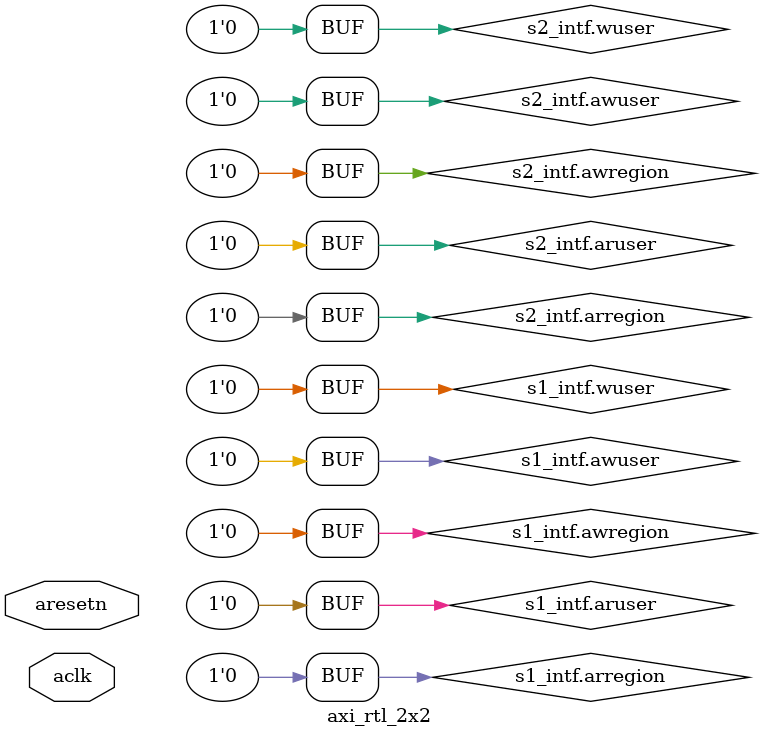
<source format=sv>
`ifndef AWIDTH
  `define  ADDR_WIDTH       64
`endif
`ifndef DWIDTH
  `define  DATA_WIDTH       128
`endif
`ifndef IDWIDTH
  `define  ID_WIDTH      4
`endif


module axi_rtl_2x2 #
(   parameter DATA_WIDTH = `DATA_WIDTH,
    parameter ADDR_WIDTH = `ADDR_WIDTH,
    parameter STRB_WIDTH = (DATA_WIDTH/8),
    parameter ID_WIDTH = `ID_WIDTH,
    parameter AWUSER_ENABLE = 0,
    parameter AWUSER_WIDTH = 1,
    parameter WUSER_ENABLE = 0,
    parameter WUSER_WIDTH = 1,
    parameter BUSER_ENABLE = 0,
    parameter BUSER_WIDTH = 1,
    parameter ARUSER_ENABLE = 0,
    parameter ARUSER_WIDTH = 1,
    parameter RUSER_ENABLE = 0,
    parameter RUSER_WIDTH = 1,
    parameter FORWARD_ID = 0,
    parameter M_REGIONS = 1,
    parameter M00_BASE_ADDR = 0,
    parameter M00_ADDR_WIDTH = {M_REGIONS{32'd24}},
    parameter M00_CONNECT_READ = 2'b11,
    parameter M00_CONNECT_WRITE = 2'b11,
    parameter M00_SECURE = 1'b0,
    parameter M01_BASE_ADDR = 0,
    parameter M01_ADDR_WIDTH = {M_REGIONS{32'd24}},
    parameter M01_CONNECT_READ = 2'b11,
    parameter M01_CONNECT_WRITE = 2'b11,
    parameter M01_SECURE = 1'b0
)
(
    input  logic aclk,
    input  logic aresetn,
    axi_if m1_intf,
    axi_if m2_intf,
    axi_if s1_intf,
    axi_if s2_intf

);

localparam S_COUNT = 2;
localparam M_COUNT = 2;

// parameter sizing helpers
function [ADDR_WIDTH*M_REGIONS-1:0] w_a_r(input [ADDR_WIDTH*M_REGIONS-1:0] val);
    w_a_r = val;
endfunction

function [32*M_REGIONS-1:0] w_32_r(input [32*M_REGIONS-1:0] val);
    w_32_r = val;
endfunction

function [S_COUNT-1:0] w_s(input [S_COUNT-1:0] val);
    w_s = val;
endfunction

function w_1(input val);
    w_1 = val;
endfunction

axi_interconnect #(
    .S_COUNT(S_COUNT),
    .M_COUNT(M_COUNT),
    .DATA_WIDTH(DATA_WIDTH),
    .ADDR_WIDTH(ADDR_WIDTH),
    .STRB_WIDTH(STRB_WIDTH),
    .ID_WIDTH(ID_WIDTH),
    .M_BASE_ADDR({ w_a_r(M01_BASE_ADDR), w_a_r(M00_BASE_ADDR) }),
    .M_ADDR_WIDTH({ w_32_r(M01_ADDR_WIDTH), w_32_r(M00_ADDR_WIDTH) }),
    .M_CONNECT_READ({ w_s(M01_CONNECT_READ), w_s(M00_CONNECT_READ) }),
    .M_CONNECT_WRITE({ w_s(M01_CONNECT_WRITE), w_s(M00_CONNECT_WRITE) }),
    .M_SECURE({ w_1(M01_SECURE), w_1(M00_SECURE) })
) inc_2x2 (
    .clk(aclk),
    .rst(!aresetn),
    .s_axi_awid({ m2_intf.awid, m1_intf.awid }),
    .s_axi_awaddr({ m2_intf.awaddr, m1_intf.awaddr }),
    .s_axi_awlen({ m2_intf.awlen, m1_intf.awlen }),
    .s_axi_awsize({ m2_intf.awsize, m1_intf.awsize }),
    .s_axi_awburst({ m2_intf.awburst, m1_intf.awburst }),
    .s_axi_awlock({ m2_intf.awlock, m1_intf.awlock }),
    .s_axi_awcache({ m2_intf.awcache, m1_intf.awcache }),
    .s_axi_awprot({ m2_intf.awprot, m1_intf.awprot }),
    .s_axi_awqos({ m2_intf.awqos, m1_intf.awqos }),
    .s_axi_awuser({ m2_intf.awuser, m1_intf.awuser }),
    .s_axi_awvalid({ m2_intf.awvalid, m1_intf.awvalid }),
    .s_axi_awready({ m2_intf.awready, m1_intf.awready }),
    .s_axi_wdata({ m2_intf.wdata, m1_intf.wdata }),
    .s_axi_wstrb({ m2_intf.wstrb, m1_intf.wstrb }),
    .s_axi_wlast({ m2_intf.wlast, m1_intf.wlast }),
    .s_axi_wuser({ m2_intf.wuser, m1_intf.wuser }),
    .s_axi_wvalid({ m2_intf.wvalid, m1_intf.wvalid }),
    .s_axi_wready({ m2_intf.wready, m1_intf.wready }),
    .s_axi_bid({ m2_intf.bid, m1_intf.bid }),
    .s_axi_bresp({ m2_intf.bresp, m1_intf.bresp }),
    .s_axi_buser({ m2_intf.buser, m1_intf.buser }),
    .s_axi_bvalid({ m2_intf.bvalid, m1_intf.bvalid }),
    .s_axi_bready({ m2_intf.bready, m1_intf.bready }),
    .s_axi_arid({ m2_intf.arid, m1_intf.arid }),
    .s_axi_araddr({ m2_intf.araddr, m1_intf.araddr }),
    .s_axi_arlen({ m2_intf.arlen, m1_intf.arlen }),
    .s_axi_arsize({ m2_intf.arsize, m1_intf.arsize }),
    .s_axi_arburst({ m2_intf.arburst, m1_intf.arburst }),
    .s_axi_arlock({ m2_intf.arlock, m1_intf.arlock }),
    .s_axi_arcache({ m2_intf.arcache, m1_intf.arcache }),
    .s_axi_arprot({ m2_intf.arprot, m1_intf.arprot }),
    .s_axi_arqos({ m2_intf.arqos, m1_intf.arqos }),
    .s_axi_aruser({ m2_intf.aruser, m1_intf.aruser }),
    .s_axi_arvalid({ m2_intf.arvalid, m1_intf.arvalid }),
    .s_axi_arready({ m2_intf.arready, m1_intf.arready }),
    .s_axi_rid({ m2_intf.rid, m1_intf.rid }),
    .s_axi_rdata({ m2_intf.rdata, m1_intf.rdata }),
    .s_axi_rresp({ m2_intf.rresp, m1_intf.rresp }),
    .s_axi_rlast({ m2_intf.rlast, m1_intf.rlast }),
    .s_axi_ruser({ m2_intf.ruser, m1_intf.ruser }),
    .s_axi_rvalid({ m2_intf.rvalid, m1_intf.rvalid }),
    .s_axi_rready({ m2_intf.rready, m1_intf.rready }),

    .m_axi_awid({ s2_intf.awid, s1_intf.awid }),
    .m_axi_awaddr({ s2_intf.awaddr, s1_intf.awaddr }),
    .m_axi_awlen({ s2_intf.awlen, s1_intf.awlen }),
    .m_axi_awsize({ s2_intf.awsize, s1_intf.awsize }),
    .m_axi_awburst({ s2_intf.awburst, s1_intf.awburst }),
    .m_axi_awlock({ s2_intf.awlock, s1_intf.awlock }),
    .m_axi_awcache({ s2_intf.awcache, s1_intf.awcache }),
    .m_axi_awprot({ s2_intf.awprot, s1_intf.awprot }),
    .m_axi_awqos({ s2_intf.awqos, s1_intf.awqos }),
    .m_axi_awregion({ s2_intf.awregion, s1_intf.awregion }),
    .m_axi_awuser({ s2_intf.awuser, s1_intf.awuser }),
    .m_axi_awvalid({ s2_intf.awvalid, s1_intf.awvalid }),
    .m_axi_awready({ s2_intf.awready, s1_intf.awready }),
    .m_axi_wdata({ s2_intf.wdata, s1_intf.wdata }),
    .m_axi_wstrb({ s2_intf.wstrb, s1_intf.wstrb }),
    .m_axi_wlast({ s2_intf.wlast, s1_intf.wlast }),
    .m_axi_wuser({ s2_intf.wuser, s1_intf.wuser }),
    .m_axi_wvalid({ s2_intf.wvalid, s1_intf.wvalid }),
    .m_axi_wready({ s2_intf.wready, s1_intf.wready }),
    .m_axi_bid({ s2_intf.bid, s1_intf.bid }),
    .m_axi_bresp({ s2_intf.bresp, s1_intf.bresp }),
    .m_axi_buser({ s2_intf.buser, s1_intf.buser }),
    .m_axi_bvalid({ s2_intf.bvalid, s1_intf.bvalid }),
    .m_axi_bready({ s2_intf.bready, s1_intf.bready }),
    .m_axi_arid({ s2_intf.arid, s1_intf.arid }),
    .m_axi_araddr({ s2_intf.araddr, s1_intf.araddr }),
    .m_axi_arlen({ s2_intf.arlen, s1_intf.arlen }),
    .m_axi_arsize({ s2_intf.arsize, s1_intf.arsize }),
    .m_axi_arburst({ s2_intf.arburst, s1_intf.arburst }),
    .m_axi_arlock({ s2_intf.arlock, s1_intf.arlock }),
    .m_axi_arcache({ s2_intf.arcache, s1_intf.arcache }),
    .m_axi_arprot({ s2_intf.arprot, s1_intf.arprot }),
    .m_axi_arqos({ s2_intf.arqos, s1_intf.arqos }),
    .m_axi_arregion({ s2_intf.arregion, s1_intf.arregion }),
    .m_axi_aruser({ s2_intf.aruser, s1_intf.aruser }),
    .m_axi_arvalid({ s2_intf.arvalid, s1_intf.arvalid }),
    .m_axi_arready({ s2_intf.arready, s1_intf.arready }),
    .m_axi_rid({ s2_intf.rid, s1_intf.rid }),
    .m_axi_rdata({ s2_intf.rdata, s1_intf.rdata }),
    .m_axi_rresp({ s2_intf.rresp, s1_intf.rresp }),
    .m_axi_rlast({ s2_intf.rlast, s1_intf.rlast }),
    .m_axi_ruser({ s2_intf.ruser, s1_intf.ruser }),
    .m_axi_rvalid({ s2_intf.rvalid, s1_intf.rvalid }),
    .m_axi_rready({ s2_intf.rready, s1_intf.rready })
);

assign s1_intf.arregion    = 0;
assign s1_intf.aruser      = 0;
assign s1_intf.awregion    = 0;
assign s1_intf.awuser      = 0; 
assign s1_intf.wuser       = 0;

assign s2_intf.arregion    = 0;
assign s2_intf.aruser      = 0;
assign s2_intf.awregion    = 0;
assign s2_intf.awuser      = 0; 
assign s2_intf.wuser       = 0;

endmodule

</source>
